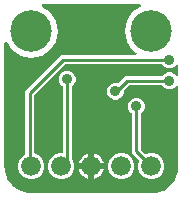
<source format=gbr>
G04 EAGLE Gerber RS-274X export*
G75*
%MOMM*%
%FSLAX34Y34*%
%LPD*%
%INBottom Copper*%
%IPPOS*%
%AMOC8*
5,1,8,0,0,1.08239X$1,22.5*%
G01*
%ADD10C,3.516000*%
%ADD11C,1.676400*%
%ADD12C,0.906400*%
%ADD13C,0.254000*%

G36*
X125561Y2551D02*
X125561Y2551D01*
X125644Y2552D01*
X125718Y2571D01*
X125741Y2574D01*
X127016Y2541D01*
X127026Y2542D01*
X127049Y2541D01*
X127121Y2541D01*
X127139Y2543D01*
X127188Y2543D01*
X130450Y2715D01*
X130518Y2727D01*
X130587Y2730D01*
X130744Y2766D01*
X137031Y4632D01*
X137140Y4680D01*
X137251Y4721D01*
X137304Y4752D01*
X137322Y4760D01*
X137338Y4773D01*
X137390Y4803D01*
X142793Y8521D01*
X142881Y8600D01*
X142975Y8673D01*
X143015Y8719D01*
X143030Y8733D01*
X143042Y8750D01*
X143081Y8795D01*
X147071Y14000D01*
X147130Y14103D01*
X147197Y14201D01*
X147221Y14257D01*
X147231Y14275D01*
X147236Y14294D01*
X147260Y14349D01*
X149446Y20533D01*
X149461Y20601D01*
X149485Y20665D01*
X149512Y20824D01*
X149852Y24084D01*
X149852Y24102D01*
X149859Y24216D01*
X149859Y92343D01*
X149842Y92481D01*
X149829Y92619D01*
X149822Y92638D01*
X149819Y92658D01*
X149768Y92788D01*
X149721Y92918D01*
X149710Y92935D01*
X149702Y92954D01*
X149621Y93066D01*
X149543Y93181D01*
X149527Y93195D01*
X149516Y93211D01*
X149408Y93300D01*
X149304Y93392D01*
X149286Y93401D01*
X149271Y93414D01*
X149145Y93473D01*
X149021Y93537D01*
X149001Y93541D01*
X148983Y93550D01*
X148846Y93576D01*
X148711Y93606D01*
X148690Y93606D01*
X148671Y93609D01*
X148532Y93601D01*
X148393Y93597D01*
X148373Y93591D01*
X148353Y93590D01*
X148221Y93547D01*
X148087Y93508D01*
X148070Y93498D01*
X148051Y93492D01*
X147933Y93417D01*
X147813Y93347D01*
X147792Y93328D01*
X147782Y93321D01*
X147768Y93306D01*
X147693Y93240D01*
X146246Y91794D01*
X143647Y90717D01*
X140833Y90717D01*
X138234Y91794D01*
X136420Y93608D01*
X136342Y93668D01*
X136270Y93736D01*
X136217Y93765D01*
X136169Y93802D01*
X136078Y93842D01*
X135991Y93890D01*
X135933Y93905D01*
X135877Y93929D01*
X135779Y93944D01*
X135683Y93969D01*
X135583Y93975D01*
X135563Y93979D01*
X135551Y93977D01*
X135523Y93979D01*
X108784Y93979D01*
X108686Y93967D01*
X108587Y93964D01*
X108529Y93947D01*
X108469Y93939D01*
X108377Y93903D01*
X108281Y93875D01*
X108229Y93845D01*
X108173Y93822D01*
X108093Y93764D01*
X108008Y93714D01*
X107932Y93648D01*
X107916Y93636D01*
X107908Y93626D01*
X107887Y93608D01*
X104083Y89804D01*
X104023Y89726D01*
X103955Y89654D01*
X103926Y89601D01*
X103889Y89553D01*
X103849Y89462D01*
X103801Y89375D01*
X103786Y89317D01*
X103762Y89261D01*
X103747Y89163D01*
X103722Y89067D01*
X103716Y88967D01*
X103712Y88947D01*
X103714Y88935D01*
X103712Y88907D01*
X103712Y87493D01*
X102635Y84894D01*
X100645Y82904D01*
X98046Y81827D01*
X95232Y81827D01*
X92633Y82904D01*
X90643Y84894D01*
X89566Y87493D01*
X89566Y90307D01*
X90643Y92906D01*
X92633Y94896D01*
X95232Y95973D01*
X98046Y95973D01*
X98272Y95879D01*
X98300Y95871D01*
X98327Y95858D01*
X98453Y95830D01*
X98579Y95795D01*
X98608Y95795D01*
X98637Y95788D01*
X98767Y95792D01*
X98897Y95790D01*
X98925Y95797D01*
X98955Y95798D01*
X99080Y95834D01*
X99206Y95864D01*
X99232Y95878D01*
X99260Y95886D01*
X99372Y95952D01*
X99487Y96013D01*
X99509Y96033D01*
X99534Y96048D01*
X99655Y96154D01*
X105102Y101601D01*
X135523Y101601D01*
X135621Y101613D01*
X135720Y101616D01*
X135778Y101633D01*
X135838Y101641D01*
X135930Y101677D01*
X136025Y101705D01*
X136078Y101735D01*
X136134Y101758D01*
X136214Y101816D01*
X136299Y101866D01*
X136375Y101932D01*
X136391Y101944D01*
X136399Y101954D01*
X136420Y101972D01*
X138234Y103786D01*
X140833Y104863D01*
X143647Y104863D01*
X146246Y103786D01*
X147693Y102340D01*
X147802Y102255D01*
X147909Y102166D01*
X147928Y102157D01*
X147944Y102145D01*
X148072Y102089D01*
X148197Y102030D01*
X148217Y102027D01*
X148236Y102019D01*
X148374Y101997D01*
X148510Y101971D01*
X148530Y101972D01*
X148550Y101969D01*
X148689Y101982D01*
X148827Y101990D01*
X148846Y101997D01*
X148866Y101998D01*
X148998Y102046D01*
X149129Y102088D01*
X149147Y102099D01*
X149166Y102106D01*
X149281Y102184D01*
X149398Y102259D01*
X149412Y102273D01*
X149429Y102285D01*
X149521Y102389D01*
X149616Y102490D01*
X149626Y102508D01*
X149639Y102523D01*
X149703Y102647D01*
X149770Y102769D01*
X149775Y102788D01*
X149784Y102806D01*
X149814Y102942D01*
X149849Y103077D01*
X149851Y103105D01*
X149854Y103117D01*
X149853Y103137D01*
X149859Y103237D01*
X149859Y110123D01*
X149842Y110261D01*
X149829Y110399D01*
X149822Y110418D01*
X149819Y110438D01*
X149768Y110568D01*
X149721Y110698D01*
X149710Y110715D01*
X149702Y110734D01*
X149621Y110846D01*
X149543Y110961D01*
X149527Y110975D01*
X149516Y110991D01*
X149408Y111080D01*
X149304Y111172D01*
X149286Y111181D01*
X149271Y111194D01*
X149145Y111253D01*
X149021Y111317D01*
X149001Y111321D01*
X148983Y111330D01*
X148846Y111356D01*
X148711Y111386D01*
X148690Y111386D01*
X148671Y111389D01*
X148532Y111381D01*
X148393Y111377D01*
X148373Y111371D01*
X148353Y111370D01*
X148221Y111327D01*
X148087Y111288D01*
X148070Y111278D01*
X148051Y111272D01*
X147933Y111197D01*
X147813Y111127D01*
X147792Y111108D01*
X147782Y111101D01*
X147768Y111086D01*
X147693Y111020D01*
X146246Y109574D01*
X143647Y108497D01*
X140833Y108497D01*
X138234Y109574D01*
X136420Y111388D01*
X136342Y111448D01*
X136270Y111516D01*
X136217Y111545D01*
X136169Y111582D01*
X136078Y111622D01*
X135991Y111670D01*
X135933Y111685D01*
X135877Y111709D01*
X135779Y111724D01*
X135683Y111749D01*
X135583Y111755D01*
X135563Y111759D01*
X135551Y111757D01*
X135523Y111759D01*
X54174Y111759D01*
X54076Y111747D01*
X53977Y111744D01*
X53919Y111727D01*
X53859Y111719D01*
X53767Y111683D01*
X53671Y111655D01*
X53619Y111625D01*
X53563Y111602D01*
X53483Y111544D01*
X53398Y111494D01*
X53322Y111428D01*
X53306Y111416D01*
X53298Y111406D01*
X53277Y111388D01*
X28313Y86423D01*
X28252Y86345D01*
X28184Y86273D01*
X28155Y86220D01*
X28118Y86172D01*
X28078Y86081D01*
X28030Y85994D01*
X28015Y85936D01*
X27991Y85880D01*
X27976Y85782D01*
X27951Y85687D01*
X27945Y85586D01*
X27941Y85566D01*
X27943Y85554D01*
X27941Y85526D01*
X27941Y37018D01*
X27944Y36989D01*
X27942Y36960D01*
X27964Y36831D01*
X27981Y36703D01*
X27991Y36675D01*
X27997Y36646D01*
X28050Y36528D01*
X28098Y36407D01*
X28115Y36383D01*
X28127Y36356D01*
X28208Y36255D01*
X28284Y36150D01*
X28307Y36131D01*
X28326Y36108D01*
X28429Y36030D01*
X28529Y35947D01*
X28556Y35934D01*
X28580Y35917D01*
X28724Y35846D01*
X31587Y34660D01*
X34660Y31587D01*
X36323Y27573D01*
X36323Y23227D01*
X34660Y19213D01*
X31587Y16140D01*
X27573Y14477D01*
X23227Y14477D01*
X19213Y16140D01*
X16140Y19213D01*
X14477Y23227D01*
X14477Y27573D01*
X16140Y31587D01*
X19213Y34660D01*
X19536Y34794D01*
X19561Y34808D01*
X19589Y34817D01*
X19699Y34887D01*
X19812Y34951D01*
X19833Y34972D01*
X19858Y34987D01*
X19947Y35082D01*
X20040Y35172D01*
X20056Y35198D01*
X20076Y35219D01*
X20139Y35333D01*
X20207Y35443D01*
X20215Y35472D01*
X20230Y35498D01*
X20262Y35623D01*
X20300Y35747D01*
X20302Y35777D01*
X20309Y35806D01*
X20319Y35966D01*
X20319Y89208D01*
X50492Y119381D01*
X113195Y119381D01*
X113298Y119394D01*
X113403Y119398D01*
X113455Y119414D01*
X113510Y119421D01*
X113607Y119459D01*
X113707Y119489D01*
X113755Y119517D01*
X113806Y119538D01*
X113890Y119599D01*
X113980Y119653D01*
X114019Y119692D01*
X114063Y119724D01*
X114130Y119805D01*
X114203Y119879D01*
X114231Y119927D01*
X114266Y119969D01*
X114311Y120064D01*
X114363Y120154D01*
X114378Y120207D01*
X114402Y120257D01*
X114421Y120360D01*
X114450Y120460D01*
X114451Y120515D01*
X114461Y120569D01*
X114455Y120674D01*
X114457Y120778D01*
X114445Y120832D01*
X114442Y120887D01*
X114409Y120986D01*
X114386Y121088D01*
X114361Y121137D01*
X114344Y121189D01*
X114288Y121278D01*
X114240Y121370D01*
X114203Y121412D01*
X114173Y121458D01*
X114097Y121530D01*
X114028Y121608D01*
X113957Y121661D01*
X113942Y121676D01*
X113929Y121683D01*
X113900Y121705D01*
X110966Y123666D01*
X106050Y131022D01*
X104324Y139700D01*
X106050Y148378D01*
X110966Y155734D01*
X117701Y160235D01*
X117780Y160303D01*
X117865Y160364D01*
X117900Y160407D01*
X117941Y160443D01*
X118001Y160529D01*
X118067Y160609D01*
X118091Y160659D01*
X118122Y160705D01*
X118158Y160803D01*
X118203Y160897D01*
X118213Y160951D01*
X118232Y161003D01*
X118243Y161107D01*
X118263Y161210D01*
X118259Y161265D01*
X118265Y161319D01*
X118249Y161423D01*
X118243Y161527D01*
X118226Y161579D01*
X118218Y161634D01*
X118177Y161730D01*
X118145Y161829D01*
X118115Y161876D01*
X118094Y161927D01*
X118031Y162010D01*
X117975Y162098D01*
X117935Y162136D01*
X117901Y162180D01*
X117819Y162245D01*
X117743Y162316D01*
X117695Y162343D01*
X117652Y162377D01*
X117556Y162419D01*
X117465Y162470D01*
X117411Y162483D01*
X117361Y162506D01*
X117258Y162523D01*
X117157Y162549D01*
X117069Y162555D01*
X117047Y162558D01*
X117032Y162557D01*
X116996Y162559D01*
X35404Y162559D01*
X35300Y162546D01*
X35196Y162542D01*
X35143Y162526D01*
X35089Y162519D01*
X34992Y162481D01*
X34891Y162451D01*
X34844Y162423D01*
X34793Y162402D01*
X34708Y162341D01*
X34619Y162287D01*
X34580Y162248D01*
X34536Y162216D01*
X34469Y162135D01*
X34396Y162061D01*
X34368Y162013D01*
X34333Y161971D01*
X34288Y161876D01*
X34236Y161786D01*
X34221Y161733D01*
X34197Y161683D01*
X34178Y161580D01*
X34149Y161480D01*
X34148Y161425D01*
X34137Y161371D01*
X34144Y161266D01*
X34141Y161162D01*
X34154Y161108D01*
X34157Y161053D01*
X34189Y160954D01*
X34213Y160852D01*
X34238Y160803D01*
X34255Y160751D01*
X34311Y160662D01*
X34359Y160570D01*
X34396Y160528D01*
X34425Y160482D01*
X34501Y160410D01*
X34571Y160332D01*
X34641Y160279D01*
X34657Y160264D01*
X34670Y160257D01*
X34699Y160235D01*
X41434Y155734D01*
X46350Y148378D01*
X48076Y139700D01*
X46350Y131022D01*
X41434Y123666D01*
X34078Y118750D01*
X25400Y117024D01*
X16722Y118750D01*
X9366Y123666D01*
X4865Y130401D01*
X4797Y130480D01*
X4736Y130565D01*
X4693Y130600D01*
X4657Y130641D01*
X4571Y130701D01*
X4491Y130767D01*
X4441Y130791D01*
X4395Y130822D01*
X4297Y130858D01*
X4203Y130903D01*
X4149Y130913D01*
X4097Y130932D01*
X3993Y130943D01*
X3890Y130963D01*
X3835Y130959D01*
X3781Y130965D01*
X3677Y130949D01*
X3573Y130943D01*
X3521Y130926D01*
X3466Y130918D01*
X3370Y130877D01*
X3271Y130845D01*
X3224Y130815D01*
X3173Y130794D01*
X3090Y130731D01*
X3002Y130675D01*
X2964Y130635D01*
X2920Y130601D01*
X2855Y130519D01*
X2784Y130443D01*
X2757Y130395D01*
X2723Y130352D01*
X2681Y130256D01*
X2630Y130165D01*
X2617Y130111D01*
X2594Y130061D01*
X2577Y129958D01*
X2551Y129857D01*
X2545Y129769D01*
X2542Y129747D01*
X2543Y129732D01*
X2541Y129696D01*
X2541Y25400D01*
X2543Y25378D01*
X2545Y25300D01*
X2810Y21923D01*
X2824Y21855D01*
X2829Y21786D01*
X2869Y21630D01*
X4956Y15206D01*
X5006Y15099D01*
X5050Y14988D01*
X5083Y14937D01*
X5091Y14918D01*
X5104Y14903D01*
X5136Y14852D01*
X9107Y9388D01*
X9127Y9366D01*
X9138Y9348D01*
X9184Y9305D01*
X9188Y9301D01*
X9264Y9209D01*
X9310Y9171D01*
X9324Y9156D01*
X9342Y9145D01*
X9388Y9107D01*
X14596Y5322D01*
X14852Y5136D01*
X14956Y5079D01*
X15056Y5015D01*
X15113Y4993D01*
X15131Y4983D01*
X15151Y4978D01*
X15206Y4956D01*
X21630Y2869D01*
X21698Y2856D01*
X21764Y2833D01*
X21923Y2810D01*
X25300Y2545D01*
X25322Y2546D01*
X25400Y2541D01*
X125479Y2541D01*
X125561Y2551D01*
G37*
%LPC*%
G36*
X48627Y14477D02*
X48627Y14477D01*
X44613Y16140D01*
X41540Y19213D01*
X39877Y23227D01*
X39877Y27573D01*
X41540Y31587D01*
X44613Y34660D01*
X48627Y36323D01*
X50681Y36323D01*
X50799Y36338D01*
X50918Y36345D01*
X50956Y36358D01*
X50997Y36363D01*
X51107Y36406D01*
X51220Y36443D01*
X51255Y36465D01*
X51292Y36480D01*
X51388Y36549D01*
X51489Y36613D01*
X51517Y36643D01*
X51550Y36666D01*
X51626Y36758D01*
X51707Y36845D01*
X51727Y36880D01*
X51752Y36911D01*
X51803Y37019D01*
X51861Y37123D01*
X51871Y37163D01*
X51888Y37199D01*
X51910Y37316D01*
X51940Y37431D01*
X51944Y37491D01*
X51948Y37511D01*
X51946Y37532D01*
X51950Y37592D01*
X51950Y92343D01*
X51938Y92441D01*
X51935Y92540D01*
X51918Y92598D01*
X51910Y92658D01*
X51874Y92750D01*
X51846Y92845D01*
X51816Y92898D01*
X51793Y92954D01*
X51735Y93034D01*
X51685Y93119D01*
X51619Y93195D01*
X51607Y93211D01*
X51597Y93219D01*
X51579Y93240D01*
X49765Y95054D01*
X48688Y97653D01*
X48688Y100467D01*
X49765Y103066D01*
X51755Y105056D01*
X54354Y106133D01*
X57168Y106133D01*
X59767Y105056D01*
X61757Y103066D01*
X62834Y100467D01*
X62834Y97653D01*
X61757Y95054D01*
X59943Y93240D01*
X59883Y93162D01*
X59815Y93090D01*
X59786Y93037D01*
X59749Y92989D01*
X59709Y92898D01*
X59661Y92811D01*
X59646Y92753D01*
X59622Y92697D01*
X59607Y92599D01*
X59582Y92503D01*
X59576Y92403D01*
X59572Y92383D01*
X59574Y92371D01*
X59572Y92343D01*
X59572Y32601D01*
X59584Y32503D01*
X59587Y32404D01*
X59604Y32346D01*
X59612Y32286D01*
X59648Y32193D01*
X59676Y32098D01*
X59706Y32046D01*
X59729Y31990D01*
X59787Y31910D01*
X59837Y31824D01*
X59903Y31749D01*
X59915Y31732D01*
X59925Y31725D01*
X59944Y31704D01*
X60060Y31587D01*
X61723Y27573D01*
X61723Y23227D01*
X60060Y19213D01*
X56987Y16140D01*
X52973Y14477D01*
X48627Y14477D01*
G37*
%LPD*%
%LPC*%
G36*
X124827Y14477D02*
X124827Y14477D01*
X120813Y16140D01*
X117740Y19213D01*
X116077Y23227D01*
X116077Y27573D01*
X116737Y29166D01*
X116745Y29194D01*
X116758Y29220D01*
X116787Y29347D01*
X116821Y29472D01*
X116822Y29502D01*
X116828Y29531D01*
X116824Y29660D01*
X116826Y29790D01*
X116819Y29819D01*
X116818Y29849D01*
X116782Y29973D01*
X116752Y30100D01*
X116738Y30126D01*
X116730Y30154D01*
X116664Y30266D01*
X116603Y30381D01*
X116583Y30403D01*
X116568Y30428D01*
X116462Y30549D01*
X110553Y36458D01*
X110553Y69483D01*
X110541Y69581D01*
X110538Y69680D01*
X110521Y69738D01*
X110513Y69798D01*
X110477Y69890D01*
X110449Y69985D01*
X110419Y70038D01*
X110396Y70094D01*
X110338Y70174D01*
X110288Y70259D01*
X110222Y70335D01*
X110210Y70351D01*
X110200Y70359D01*
X110182Y70380D01*
X108368Y72194D01*
X107291Y74793D01*
X107291Y77607D01*
X108368Y80206D01*
X110358Y82196D01*
X112957Y83273D01*
X115771Y83273D01*
X118370Y82196D01*
X120360Y80206D01*
X121437Y77607D01*
X121437Y74793D01*
X120360Y72194D01*
X118546Y70380D01*
X118486Y70302D01*
X118418Y70230D01*
X118389Y70177D01*
X118352Y70129D01*
X118312Y70038D01*
X118264Y69951D01*
X118249Y69893D01*
X118225Y69837D01*
X118210Y69739D01*
X118185Y69643D01*
X118179Y69543D01*
X118175Y69523D01*
X118177Y69511D01*
X118175Y69483D01*
X118175Y40140D01*
X118187Y40042D01*
X118190Y39943D01*
X118207Y39885D01*
X118215Y39825D01*
X118251Y39733D01*
X118279Y39637D01*
X118309Y39585D01*
X118332Y39529D01*
X118390Y39449D01*
X118440Y39364D01*
X118506Y39288D01*
X118518Y39272D01*
X118528Y39264D01*
X118546Y39243D01*
X121851Y35938D01*
X121875Y35920D01*
X121894Y35897D01*
X122000Y35823D01*
X122102Y35743D01*
X122130Y35731D01*
X122154Y35714D01*
X122275Y35668D01*
X122394Y35617D01*
X122423Y35612D01*
X122451Y35602D01*
X122580Y35587D01*
X122708Y35567D01*
X122738Y35570D01*
X122767Y35566D01*
X122896Y35585D01*
X123025Y35597D01*
X123053Y35607D01*
X123082Y35611D01*
X123234Y35663D01*
X124827Y36323D01*
X129173Y36323D01*
X133187Y34660D01*
X136260Y31587D01*
X137923Y27573D01*
X137923Y23227D01*
X136260Y19213D01*
X133187Y16140D01*
X129173Y14477D01*
X124827Y14477D01*
G37*
%LPD*%
%LPC*%
G36*
X99427Y14477D02*
X99427Y14477D01*
X95413Y16140D01*
X92340Y19213D01*
X90677Y23227D01*
X90677Y27573D01*
X92340Y31587D01*
X95413Y34660D01*
X99427Y36323D01*
X103773Y36323D01*
X107787Y34660D01*
X110860Y31587D01*
X112523Y27573D01*
X112523Y23227D01*
X110860Y19213D01*
X107787Y16140D01*
X103773Y14477D01*
X99427Y14477D01*
G37*
%LPD*%
%LPC*%
G36*
X78699Y27899D02*
X78699Y27899D01*
X78699Y36063D01*
X78758Y36054D01*
X80393Y35523D01*
X81925Y34742D01*
X83316Y33731D01*
X84531Y32516D01*
X85542Y31125D01*
X86323Y29593D01*
X86854Y27958D01*
X86863Y27899D01*
X78699Y27899D01*
G37*
%LPD*%
%LPC*%
G36*
X65537Y27899D02*
X65537Y27899D01*
X65546Y27958D01*
X66077Y29593D01*
X66858Y31125D01*
X67869Y32516D01*
X69084Y33731D01*
X70475Y34742D01*
X72007Y35523D01*
X73642Y36054D01*
X73701Y36063D01*
X73701Y27899D01*
X65537Y27899D01*
G37*
%LPD*%
%LPC*%
G36*
X78699Y22901D02*
X78699Y22901D01*
X86863Y22901D01*
X86854Y22842D01*
X86323Y21207D01*
X85542Y19675D01*
X84531Y18284D01*
X83316Y17069D01*
X81925Y16058D01*
X80393Y15277D01*
X78758Y14746D01*
X78699Y14737D01*
X78699Y22901D01*
G37*
%LPD*%
%LPC*%
G36*
X73642Y14746D02*
X73642Y14746D01*
X72007Y15277D01*
X70475Y16058D01*
X69084Y17069D01*
X67869Y18284D01*
X66858Y19675D01*
X66077Y21207D01*
X65546Y22842D01*
X65537Y22901D01*
X73701Y22901D01*
X73701Y14737D01*
X73642Y14746D01*
G37*
%LPD*%
D10*
X25400Y139700D03*
X127000Y139700D03*
D11*
X25400Y25400D03*
X50800Y25400D03*
X76200Y25400D03*
X101600Y25400D03*
X127000Y25400D03*
D12*
X7620Y107950D03*
X33020Y82550D03*
X143510Y48260D03*
X114364Y76200D03*
D13*
X114364Y38036D01*
X127000Y25400D01*
X25400Y25400D02*
X24130Y26670D01*
X52070Y115570D02*
X142240Y115570D01*
D12*
X142240Y115570D03*
D13*
X52070Y115570D02*
X24130Y87630D01*
X24130Y26670D01*
X25400Y25400D01*
D12*
X142240Y97790D03*
D13*
X106680Y97790D01*
X97790Y88900D01*
X96639Y88900D01*
D12*
X96639Y88900D03*
X55761Y99060D03*
D13*
X55761Y30361D01*
X50800Y25400D01*
M02*

</source>
